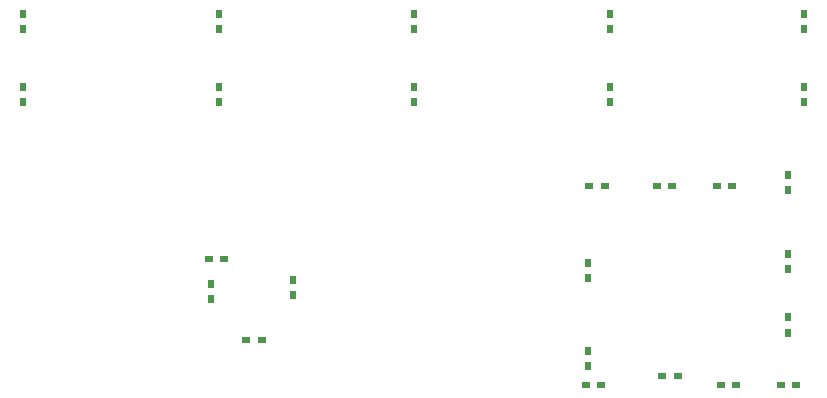
<source format=gbr>
G04 DipTrace 4.0.0.5*
G04 BottomPaste.gbr*
%MOIN*%
G04 #@! TF.FileFunction,Paste,Bot*
G04 #@! TF.Part,Single*
%ADD75R,0.023622X0.031496*%
%ADD79R,0.031496X0.023622*%
%FSLAX26Y26*%
G04*
G70*
G90*
G75*
G01*
G04 BotPaste*
%LPD*%
D79*
X2411861Y1412748D3*
X2463042D3*
X2636860D3*
X2688041D3*
X2836861D3*
X2888042D3*
D75*
X3074951Y1450839D3*
Y1399657D3*
Y1188339D3*
Y1137157D3*
Y975840D3*
Y924659D3*
D79*
X3100542Y750248D3*
X3049361D3*
X2900542D3*
X2849361D3*
X2706791Y781499D3*
X2655610D3*
X2450541Y750248D3*
X2399360D3*
D75*
X2406199Y812157D3*
Y863339D3*
Y1105908D3*
Y1157089D3*
D79*
X1194291Y1168701D3*
X1143110D3*
D75*
X1149950Y1036861D3*
Y1088042D3*
X1424950Y1100541D3*
Y1049360D3*
D79*
X1319291Y899950D3*
X1268110D3*
D75*
X524950Y1693408D3*
Y1744589D3*
Y1986814D3*
Y1935633D3*
X1176871Y1693408D3*
Y1744589D3*
Y1986814D3*
Y1935633D3*
X1828790Y1693408D3*
Y1744589D3*
Y1986814D3*
Y1935633D3*
X2480709Y1693408D3*
Y1744589D3*
Y1986814D3*
Y1935633D3*
X3126379Y1693408D3*
Y1744589D3*
Y1986814D3*
Y1935633D3*
M02*

</source>
